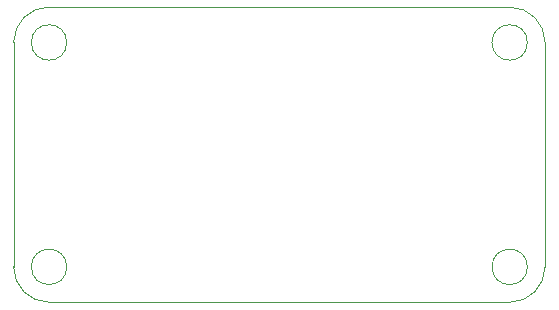
<source format=gbr>
%TF.GenerationSoftware,KiCad,Pcbnew,(5.1.10)-1*%
%TF.CreationDate,2021-07-30T22:48:11+05:30*%
%TF.ProjectId,Logic Board,4c6f6769-6320-4426-9f61-72642e6b6963,rev?*%
%TF.SameCoordinates,Original*%
%TF.FileFunction,Profile,NP*%
%FSLAX46Y46*%
G04 Gerber Fmt 4.6, Leading zero omitted, Abs format (unit mm)*
G04 Created by KiCad (PCBNEW (5.1.10)-1) date 2021-07-30 22:48:11*
%MOMM*%
%LPD*%
G01*
G04 APERTURE LIST*
%TA.AperFunction,Profile*%
%ADD10C,0.050000*%
%TD*%
G04 APERTURE END LIST*
D10*
X170000000Y-110000000D02*
G75*
G02*
X167000000Y-113000000I-3000000J0D01*
G01*
X128000000Y-113000000D02*
G75*
G02*
X125000000Y-110000000I0J3000000D01*
G01*
X125000000Y-91000000D02*
G75*
G02*
X128000000Y-88000000I3000000J0D01*
G01*
X167000000Y-88000000D02*
G75*
G02*
X170000000Y-91000000I0J-3000000D01*
G01*
X168500000Y-110000000D02*
G75*
G03*
X168500000Y-110000000I-1500000J0D01*
G01*
X129500000Y-110000000D02*
G75*
G03*
X129500000Y-110000000I-1500000J0D01*
G01*
X168500000Y-91000000D02*
G75*
G03*
X168500000Y-91000000I-1500000J0D01*
G01*
X129500000Y-91000000D02*
G75*
G03*
X129500000Y-91000000I-1500000J0D01*
G01*
X125000000Y-91000000D02*
X125000000Y-110000000D01*
X167000000Y-88000000D02*
X128000000Y-88000000D01*
X170000000Y-110000000D02*
X170000000Y-91000000D01*
X128000000Y-113000000D02*
X167000000Y-113000000D01*
M02*

</source>
